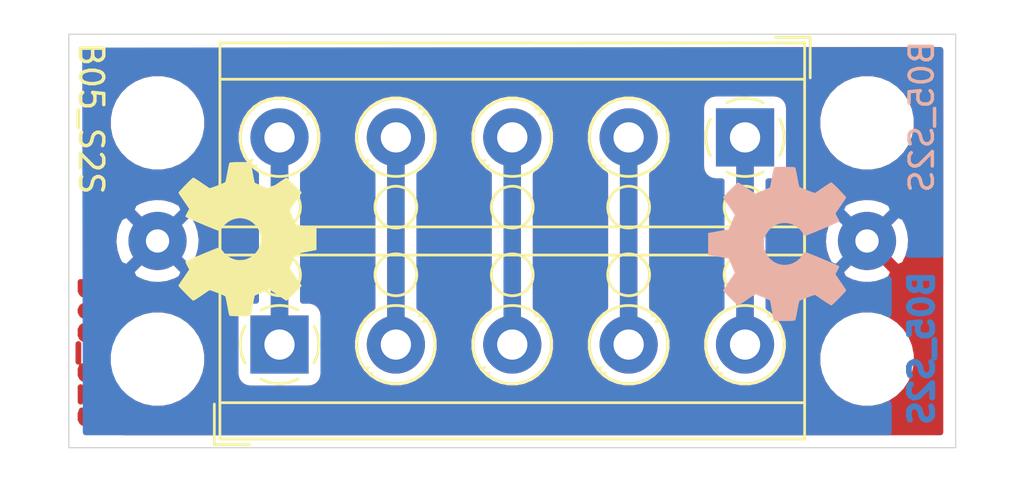
<source format=kicad_pcb>
(kicad_pcb (version 20171130) (host pcbnew 5.1.5-52549c5~86~ubuntu18.04.1)

  (general
    (thickness 1.6)
    (drawings 8)
    (tracks 11)
    (zones 0)
    (modules 10)
    (nets 7)
  )

  (page A4)
  (title_block
    (title "B05 Screw terminal to screw terminal")
    (company Galopago)
  )

  (layers
    (0 F.Cu signal)
    (31 B.Cu signal)
    (32 B.Adhes user)
    (33 F.Adhes user)
    (34 B.Paste user)
    (35 F.Paste user)
    (36 B.SilkS user)
    (37 F.SilkS user)
    (38 B.Mask user)
    (39 F.Mask user)
    (40 Dwgs.User user)
    (41 Cmts.User user)
    (42 Eco1.User user)
    (43 Eco2.User user)
    (44 Edge.Cuts user)
    (45 Margin user)
    (46 B.CrtYd user)
    (47 F.CrtYd user)
    (48 B.Fab user)
    (49 F.Fab user)
  )

  (setup
    (last_trace_width 0.75)
    (trace_clearance 0.2)
    (zone_clearance 0.508)
    (zone_45_only no)
    (trace_min 0.2)
    (via_size 0.8)
    (via_drill 0.4)
    (via_min_size 0.4)
    (via_min_drill 0.3)
    (uvia_size 0.3)
    (uvia_drill 0.1)
    (uvias_allowed no)
    (uvia_min_size 0.2)
    (uvia_min_drill 0.1)
    (edge_width 0.05)
    (segment_width 0.2)
    (pcb_text_width 0.3)
    (pcb_text_size 1.5 1.5)
    (mod_edge_width 0.12)
    (mod_text_size 1 1)
    (mod_text_width 0.15)
    (pad_size 3 3)
    (pad_drill 3)
    (pad_to_mask_clearance 0.051)
    (solder_mask_min_width 0.25)
    (aux_axis_origin 0 0)
    (visible_elements FFFFFF7F)
    (pcbplotparams
      (layerselection 0x010f0_ffffffff)
      (usegerberextensions false)
      (usegerberattributes false)
      (usegerberadvancedattributes false)
      (creategerberjobfile false)
      (excludeedgelayer true)
      (linewidth 0.100000)
      (plotframeref false)
      (viasonmask false)
      (mode 1)
      (useauxorigin false)
      (hpglpennumber 1)
      (hpglpenspeed 20)
      (hpglpendiameter 15.000000)
      (psnegative false)
      (psa4output false)
      (plotreference true)
      (plotvalue true)
      (plotinvisibletext false)
      (padsonsilk false)
      (subtractmaskfromsilk false)
      (outputformat 1)
      (mirror false)
      (drillshape 0)
      (scaleselection 1)
      (outputdirectory "gerber/single/"))
  )

  (net 0 "")
  (net 1 "Net-(J0-Pad1)")
  (net 2 "Net-(J2-Pad5)")
  (net 3 "Net-(J2-Pad4)")
  (net 4 "Net-(J2-Pad3)")
  (net 5 "Net-(J2-Pad2)")
  (net 6 "Net-(J2-Pad1)")

  (net_class Default "This is the default net class."
    (clearance 0.2)
    (trace_width 0.75)
    (via_dia 0.8)
    (via_drill 0.4)
    (uvia_dia 0.3)
    (uvia_drill 0.1)
    (add_net "Net-(J0-Pad1)")
    (add_net "Net-(J2-Pad1)")
    (add_net "Net-(J2-Pad2)")
    (add_net "Net-(J2-Pad3)")
    (add_net "Net-(J2-Pad4)")
    (add_net "Net-(J2-Pad5)")
  )

  (module TerminalBlock_RND:TerminalBlock_RND_205-00004_1x05_P5.00mm_Horizontal (layer F.Cu) (tedit 5B294F8E) (tstamp 5F7AFFE3)
    (at 29.05 33.3452)
    (descr "terminal block RND 205-00004, 5 pins, pitch 5mm, size 25x9mm^2, drill diamater 1.3mm, pad diameter 2.5mm, see http://cdn-reichelt.de/documents/datenblatt/C151/RND_205-00001_DB_EN.pdf, script-generated using https://github.com/pointhi/kicad-footprint-generator/scripts/TerminalBlock_RND")
    (tags "THT terminal block RND 205-00004 pitch 5mm size 25x9mm^2 drill 1.3mm pad 2.5mm")
    (path /5F7ABF4C)
    (fp_text reference J3 (at 10 -6.06) (layer F.SilkS) hide
      (effects (font (size 1 1) (thickness 0.15)))
    )
    (fp_text value Conn_01x05_Female (at 10 5.06) (layer F.Fab)
      (effects (font (size 1 1) (thickness 0.15)))
    )
    (fp_text user %R (at 10 -6.06) (layer F.Fab)
      (effects (font (size 1 1) (thickness 0.15)))
    )
    (fp_line (start 23 -5.5) (end -3 -5.5) (layer F.CrtYd) (width 0.05))
    (fp_line (start 23 4.5) (end 23 -5.5) (layer F.CrtYd) (width 0.05))
    (fp_line (start -3 4.5) (end 23 4.5) (layer F.CrtYd) (width 0.05))
    (fp_line (start -3 -5.5) (end -3 4.5) (layer F.CrtYd) (width 0.05))
    (fp_line (start -2.8 4.3) (end -1.3 4.3) (layer F.SilkS) (width 0.12))
    (fp_line (start -2.8 2.56) (end -2.8 4.3) (layer F.SilkS) (width 0.12))
    (fp_line (start 18.82 0.976) (end 18.726 1.069) (layer F.SilkS) (width 0.12))
    (fp_line (start 21.07 -1.275) (end 21.011 -1.216) (layer F.SilkS) (width 0.12))
    (fp_line (start 18.99 1.216) (end 18.931 1.274) (layer F.SilkS) (width 0.12))
    (fp_line (start 21.275 -1.069) (end 21.181 -0.976) (layer F.SilkS) (width 0.12))
    (fp_line (start 20.955 -1.138) (end 18.863 0.955) (layer F.Fab) (width 0.1))
    (fp_line (start 21.138 -0.955) (end 19.046 1.138) (layer F.Fab) (width 0.1))
    (fp_line (start 13.82 0.976) (end 13.726 1.069) (layer F.SilkS) (width 0.12))
    (fp_line (start 16.07 -1.275) (end 16.011 -1.216) (layer F.SilkS) (width 0.12))
    (fp_line (start 13.99 1.216) (end 13.931 1.274) (layer F.SilkS) (width 0.12))
    (fp_line (start 16.275 -1.069) (end 16.181 -0.976) (layer F.SilkS) (width 0.12))
    (fp_line (start 15.955 -1.138) (end 13.863 0.955) (layer F.Fab) (width 0.1))
    (fp_line (start 16.138 -0.955) (end 14.046 1.138) (layer F.Fab) (width 0.1))
    (fp_line (start 8.82 0.976) (end 8.726 1.069) (layer F.SilkS) (width 0.12))
    (fp_line (start 11.07 -1.275) (end 11.011 -1.216) (layer F.SilkS) (width 0.12))
    (fp_line (start 8.99 1.216) (end 8.931 1.274) (layer F.SilkS) (width 0.12))
    (fp_line (start 11.275 -1.069) (end 11.181 -0.976) (layer F.SilkS) (width 0.12))
    (fp_line (start 10.955 -1.138) (end 8.863 0.955) (layer F.Fab) (width 0.1))
    (fp_line (start 11.138 -0.955) (end 9.046 1.138) (layer F.Fab) (width 0.1))
    (fp_line (start 3.82 0.976) (end 3.726 1.069) (layer F.SilkS) (width 0.12))
    (fp_line (start 6.07 -1.275) (end 6.011 -1.216) (layer F.SilkS) (width 0.12))
    (fp_line (start 3.99 1.216) (end 3.931 1.274) (layer F.SilkS) (width 0.12))
    (fp_line (start 6.275 -1.069) (end 6.181 -0.976) (layer F.SilkS) (width 0.12))
    (fp_line (start 5.955 -1.138) (end 3.863 0.955) (layer F.Fab) (width 0.1))
    (fp_line (start 6.138 -0.955) (end 4.046 1.138) (layer F.Fab) (width 0.1))
    (fp_line (start 0.955 -1.138) (end -1.138 0.955) (layer F.Fab) (width 0.1))
    (fp_line (start 1.138 -0.955) (end -0.955 1.138) (layer F.Fab) (width 0.1))
    (fp_line (start 22.56 -5.06) (end 22.56 4.06) (layer F.SilkS) (width 0.12))
    (fp_line (start -2.56 -5.06) (end -2.56 4.06) (layer F.SilkS) (width 0.12))
    (fp_line (start -2.56 4.06) (end 22.56 4.06) (layer F.SilkS) (width 0.12))
    (fp_line (start -2.56 -5.06) (end 22.56 -5.06) (layer F.SilkS) (width 0.12))
    (fp_line (start -2.56 2.5) (end 22.56 2.5) (layer F.SilkS) (width 0.12))
    (fp_line (start -2.5 2.5) (end 22.5 2.5) (layer F.Fab) (width 0.1))
    (fp_line (start -2.5 2.5) (end -2.5 -5) (layer F.Fab) (width 0.1))
    (fp_line (start -1 4) (end -2.5 2.5) (layer F.Fab) (width 0.1))
    (fp_line (start 22.5 4) (end -1 4) (layer F.Fab) (width 0.1))
    (fp_line (start 22.5 -5) (end 22.5 4) (layer F.Fab) (width 0.1))
    (fp_line (start -2.5 -5) (end 22.5 -5) (layer F.Fab) (width 0.1))
    (fp_circle (center 20 -3) (end 20.9 -3) (layer F.SilkS) (width 0.12))
    (fp_circle (center 20 -3) (end 20.9 -3) (layer F.Fab) (width 0.1))
    (fp_circle (center 20 0) (end 21.68 0) (layer F.SilkS) (width 0.12))
    (fp_circle (center 20 0) (end 21.5 0) (layer F.Fab) (width 0.1))
    (fp_circle (center 15 -3) (end 15.9 -3) (layer F.SilkS) (width 0.12))
    (fp_circle (center 15 -3) (end 15.9 -3) (layer F.Fab) (width 0.1))
    (fp_circle (center 15 0) (end 16.68 0) (layer F.SilkS) (width 0.12))
    (fp_circle (center 15 0) (end 16.5 0) (layer F.Fab) (width 0.1))
    (fp_circle (center 10 -3) (end 10.9 -3) (layer F.SilkS) (width 0.12))
    (fp_circle (center 10 -3) (end 10.9 -3) (layer F.Fab) (width 0.1))
    (fp_circle (center 10 0) (end 11.68 0) (layer F.SilkS) (width 0.12))
    (fp_circle (center 10 0) (end 11.5 0) (layer F.Fab) (width 0.1))
    (fp_circle (center 5 -3) (end 5.9 -3) (layer F.SilkS) (width 0.12))
    (fp_circle (center 5 -3) (end 5.9 -3) (layer F.Fab) (width 0.1))
    (fp_circle (center 5 0) (end 6.68 0) (layer F.SilkS) (width 0.12))
    (fp_circle (center 5 0) (end 6.5 0) (layer F.Fab) (width 0.1))
    (fp_circle (center 0 -3) (end 0.9 -3) (layer F.SilkS) (width 0.12))
    (fp_circle (center 0 -3) (end 0.9 -3) (layer F.Fab) (width 0.1))
    (fp_circle (center 0 0) (end 1.5 0) (layer F.Fab) (width 0.1))
    (fp_arc (start 0 0) (end -0.789 1.484) (angle -29) (layer F.SilkS) (width 0.12))
    (fp_arc (start 0 0) (end -1.484 -0.789) (angle -56) (layer F.SilkS) (width 0.12))
    (fp_arc (start 0 0) (end 0.789 -1.484) (angle -56) (layer F.SilkS) (width 0.12))
    (fp_arc (start 0 0) (end 1.484 0.789) (angle -56) (layer F.SilkS) (width 0.12))
    (fp_arc (start 0 0) (end 0 1.68) (angle -28) (layer F.SilkS) (width 0.12))
    (pad 5 thru_hole circle (at 20 0) (size 2.5 2.5) (drill 1.3) (layers *.Cu *.Mask)
      (net 6 "Net-(J2-Pad1)"))
    (pad 4 thru_hole circle (at 15 0) (size 2.5 2.5) (drill 1.3) (layers *.Cu *.Mask)
      (net 5 "Net-(J2-Pad2)"))
    (pad 3 thru_hole circle (at 10 0) (size 2.5 2.5) (drill 1.3) (layers *.Cu *.Mask)
      (net 4 "Net-(J2-Pad3)"))
    (pad 2 thru_hole circle (at 5 0) (size 2.5 2.5) (drill 1.3) (layers *.Cu *.Mask)
      (net 3 "Net-(J2-Pad4)"))
    (pad 1 thru_hole rect (at 0 0) (size 2.5 2.5) (drill 1.3) (layers *.Cu *.Mask)
      (net 2 "Net-(J2-Pad5)"))
    (model ${KISYS3DMOD}/TerminalBlock_RND.3dshapes/TerminalBlock_RND_205-00004_1x05_P5.00mm_Horizontal.wrl
      (at (xyz 0 0 0))
      (scale (xyz 1 1 1))
      (rotate (xyz 0 0 0))
    )
  )

  (module TerminalBlock_RND:TerminalBlock_RND_205-00004_1x05_P5.00mm_Horizontal (layer F.Cu) (tedit 5B294F8E) (tstamp 5F7AFA22)
    (at 49.05 24.4348 180)
    (descr "terminal block RND 205-00004, 5 pins, pitch 5mm, size 25x9mm^2, drill diamater 1.3mm, pad diameter 2.5mm, see http://cdn-reichelt.de/documents/datenblatt/C151/RND_205-00001_DB_EN.pdf, script-generated using https://github.com/pointhi/kicad-footprint-generator/scripts/TerminalBlock_RND")
    (tags "THT terminal block RND 205-00004 pitch 5mm size 25x9mm^2 drill 1.3mm pad 2.5mm")
    (path /5F7AAB35)
    (fp_text reference J2 (at 10 -6.06) (layer F.SilkS) hide
      (effects (font (size 1 1) (thickness 0.15)))
    )
    (fp_text value Conn_01x05_Female (at 10 5.06) (layer F.Fab)
      (effects (font (size 1 1) (thickness 0.15)))
    )
    (fp_text user %R (at 10 -6.06) (layer F.Fab)
      (effects (font (size 1 1) (thickness 0.15)))
    )
    (fp_line (start 23 -5.5) (end -3 -5.5) (layer F.CrtYd) (width 0.05))
    (fp_line (start 23 4.5) (end 23 -5.5) (layer F.CrtYd) (width 0.05))
    (fp_line (start -3 4.5) (end 23 4.5) (layer F.CrtYd) (width 0.05))
    (fp_line (start -3 -5.5) (end -3 4.5) (layer F.CrtYd) (width 0.05))
    (fp_line (start -2.8 4.3) (end -1.3 4.3) (layer F.SilkS) (width 0.12))
    (fp_line (start -2.8 2.56) (end -2.8 4.3) (layer F.SilkS) (width 0.12))
    (fp_line (start 18.82 0.976) (end 18.726 1.069) (layer F.SilkS) (width 0.12))
    (fp_line (start 21.07 -1.275) (end 21.011 -1.216) (layer F.SilkS) (width 0.12))
    (fp_line (start 18.99 1.216) (end 18.931 1.274) (layer F.SilkS) (width 0.12))
    (fp_line (start 21.275 -1.069) (end 21.181 -0.976) (layer F.SilkS) (width 0.12))
    (fp_line (start 20.955 -1.138) (end 18.863 0.955) (layer F.Fab) (width 0.1))
    (fp_line (start 21.138 -0.955) (end 19.046 1.138) (layer F.Fab) (width 0.1))
    (fp_line (start 13.82 0.976) (end 13.726 1.069) (layer F.SilkS) (width 0.12))
    (fp_line (start 16.07 -1.275) (end 16.011 -1.216) (layer F.SilkS) (width 0.12))
    (fp_line (start 13.99 1.216) (end 13.931 1.274) (layer F.SilkS) (width 0.12))
    (fp_line (start 16.275 -1.069) (end 16.181 -0.976) (layer F.SilkS) (width 0.12))
    (fp_line (start 15.955 -1.138) (end 13.863 0.955) (layer F.Fab) (width 0.1))
    (fp_line (start 16.138 -0.955) (end 14.046 1.138) (layer F.Fab) (width 0.1))
    (fp_line (start 8.82 0.976) (end 8.726 1.069) (layer F.SilkS) (width 0.12))
    (fp_line (start 11.07 -1.275) (end 11.011 -1.216) (layer F.SilkS) (width 0.12))
    (fp_line (start 8.99 1.216) (end 8.931 1.274) (layer F.SilkS) (width 0.12))
    (fp_line (start 11.275 -1.069) (end 11.181 -0.976) (layer F.SilkS) (width 0.12))
    (fp_line (start 10.955 -1.138) (end 8.863 0.955) (layer F.Fab) (width 0.1))
    (fp_line (start 11.138 -0.955) (end 9.046 1.138) (layer F.Fab) (width 0.1))
    (fp_line (start 3.82 0.976) (end 3.726 1.069) (layer F.SilkS) (width 0.12))
    (fp_line (start 6.07 -1.275) (end 6.011 -1.216) (layer F.SilkS) (width 0.12))
    (fp_line (start 3.99 1.216) (end 3.931 1.274) (layer F.SilkS) (width 0.12))
    (fp_line (start 6.275 -1.069) (end 6.181 -0.976) (layer F.SilkS) (width 0.12))
    (fp_line (start 5.955 -1.138) (end 3.863 0.955) (layer F.Fab) (width 0.1))
    (fp_line (start 6.138 -0.955) (end 4.046 1.138) (layer F.Fab) (width 0.1))
    (fp_line (start 0.955 -1.138) (end -1.138 0.955) (layer F.Fab) (width 0.1))
    (fp_line (start 1.138 -0.955) (end -0.955 1.138) (layer F.Fab) (width 0.1))
    (fp_line (start 22.56 -5.06) (end 22.56 4.06) (layer F.SilkS) (width 0.12))
    (fp_line (start -2.56 -5.06) (end -2.56 4.06) (layer F.SilkS) (width 0.12))
    (fp_line (start -2.56 4.06) (end 22.56 4.06) (layer F.SilkS) (width 0.12))
    (fp_line (start -2.56 -5.06) (end 22.56 -5.06) (layer F.SilkS) (width 0.12))
    (fp_line (start -2.56 2.5) (end 22.56 2.5) (layer F.SilkS) (width 0.12))
    (fp_line (start -2.5 2.5) (end 22.5 2.5) (layer F.Fab) (width 0.1))
    (fp_line (start -2.5 2.5) (end -2.5 -5) (layer F.Fab) (width 0.1))
    (fp_line (start -1 4) (end -2.5 2.5) (layer F.Fab) (width 0.1))
    (fp_line (start 22.5 4) (end -1 4) (layer F.Fab) (width 0.1))
    (fp_line (start 22.5 -5) (end 22.5 4) (layer F.Fab) (width 0.1))
    (fp_line (start -2.5 -5) (end 22.5 -5) (layer F.Fab) (width 0.1))
    (fp_circle (center 20 -3) (end 20.9 -3) (layer F.SilkS) (width 0.12))
    (fp_circle (center 20 -3) (end 20.9 -3) (layer F.Fab) (width 0.1))
    (fp_circle (center 20 0) (end 21.68 0) (layer F.SilkS) (width 0.12))
    (fp_circle (center 20 0) (end 21.5 0) (layer F.Fab) (width 0.1))
    (fp_circle (center 15 -3) (end 15.9 -3) (layer F.SilkS) (width 0.12))
    (fp_circle (center 15 -3) (end 15.9 -3) (layer F.Fab) (width 0.1))
    (fp_circle (center 15 0) (end 16.68 0) (layer F.SilkS) (width 0.12))
    (fp_circle (center 15 0) (end 16.5 0) (layer F.Fab) (width 0.1))
    (fp_circle (center 10 -3) (end 10.9 -3) (layer F.SilkS) (width 0.12))
    (fp_circle (center 10 -3) (end 10.9 -3) (layer F.Fab) (width 0.1))
    (fp_circle (center 10 0) (end 11.68 0) (layer F.SilkS) (width 0.12))
    (fp_circle (center 10 0) (end 11.5 0) (layer F.Fab) (width 0.1))
    (fp_circle (center 5 -3) (end 5.9 -3) (layer F.SilkS) (width 0.12))
    (fp_circle (center 5 -3) (end 5.9 -3) (layer F.Fab) (width 0.1))
    (fp_circle (center 5 0) (end 6.68 0) (layer F.SilkS) (width 0.12))
    (fp_circle (center 5 0) (end 6.5 0) (layer F.Fab) (width 0.1))
    (fp_circle (center 0 -3) (end 0.9 -3) (layer F.SilkS) (width 0.12))
    (fp_circle (center 0 -3) (end 0.9 -3) (layer F.Fab) (width 0.1))
    (fp_circle (center 0 0) (end 1.5 0) (layer F.Fab) (width 0.1))
    (fp_arc (start 0 0) (end -0.789 1.484) (angle -29) (layer F.SilkS) (width 0.12))
    (fp_arc (start 0 0) (end -1.484 -0.789) (angle -56) (layer F.SilkS) (width 0.12))
    (fp_arc (start 0 0) (end 0.789 -1.484) (angle -56) (layer F.SilkS) (width 0.12))
    (fp_arc (start 0 0) (end 1.484 0.789) (angle -56) (layer F.SilkS) (width 0.12))
    (fp_arc (start 0 0) (end 0 1.68) (angle -28) (layer F.SilkS) (width 0.12))
    (pad 5 thru_hole circle (at 20 0 180) (size 2.5 2.5) (drill 1.3) (layers *.Cu *.Mask)
      (net 2 "Net-(J2-Pad5)"))
    (pad 4 thru_hole circle (at 15 0 180) (size 2.5 2.5) (drill 1.3) (layers *.Cu *.Mask)
      (net 3 "Net-(J2-Pad4)"))
    (pad 3 thru_hole circle (at 10 0 180) (size 2.5 2.5) (drill 1.3) (layers *.Cu *.Mask)
      (net 4 "Net-(J2-Pad3)"))
    (pad 2 thru_hole circle (at 5 0 180) (size 2.5 2.5) (drill 1.3) (layers *.Cu *.Mask)
      (net 5 "Net-(J2-Pad2)"))
    (pad 1 thru_hole rect (at 0 0 180) (size 2.5 2.5) (drill 1.3) (layers *.Cu *.Mask)
      (net 6 "Net-(J2-Pad1)"))
    (model ${KISYS3DMOD}/TerminalBlock_RND.3dshapes/TerminalBlock_RND_205-00004_1x05_P5.00mm_Horizontal.wrl
      (at (xyz 0 0 0))
      (scale (xyz 1 1 1))
      (rotate (xyz 0 0 0))
    )
  )

  (module Symbol:OSHW-Symbol_6.7x6mm_SilkScreen (layer B.Cu) (tedit 0) (tstamp 5F553540)
    (at 50.4444 29.0068 270)
    (descr "Open Source Hardware Symbol")
    (tags "Logo Symbol OSHW")
    (attr virtual)
    (fp_text reference REF** (at 0 0 90) (layer B.SilkS) hide
      (effects (font (size 1 1) (thickness 0.15)) (justify mirror))
    )
    (fp_text value OSHW-Symbol_6.7x6mm_SilkScreen (at 0.75 0 90) (layer B.Fab) hide
      (effects (font (size 1 1) (thickness 0.15)) (justify mirror))
    )
    (fp_poly (pts (xy 0.555814 2.531069) (xy 0.639635 2.086445) (xy 0.94892 1.958947) (xy 1.258206 1.831449)
      (xy 1.629246 2.083754) (xy 1.733157 2.154004) (xy 1.827087 2.216728) (xy 1.906652 2.269062)
      (xy 1.96747 2.308143) (xy 2.005157 2.331107) (xy 2.015421 2.336058) (xy 2.03391 2.323324)
      (xy 2.07342 2.288118) (xy 2.129522 2.234938) (xy 2.197787 2.168282) (xy 2.273786 2.092646)
      (xy 2.353092 2.012528) (xy 2.431275 1.932426) (xy 2.503907 1.856836) (xy 2.566559 1.790255)
      (xy 2.614803 1.737182) (xy 2.64421 1.702113) (xy 2.651241 1.690377) (xy 2.641123 1.66874)
      (xy 2.612759 1.621338) (xy 2.569129 1.552807) (xy 2.513218 1.467785) (xy 2.448006 1.370907)
      (xy 2.410219 1.31565) (xy 2.341343 1.214752) (xy 2.28014 1.123701) (xy 2.229578 1.04703)
      (xy 2.192628 0.989272) (xy 2.172258 0.954957) (xy 2.169197 0.947746) (xy 2.176136 0.927252)
      (xy 2.195051 0.879487) (xy 2.223087 0.811168) (xy 2.257391 0.729011) (xy 2.295109 0.63973)
      (xy 2.333387 0.550042) (xy 2.36937 0.466662) (xy 2.400206 0.396306) (xy 2.423039 0.34569)
      (xy 2.435017 0.321529) (xy 2.435724 0.320578) (xy 2.454531 0.315964) (xy 2.504618 0.305672)
      (xy 2.580793 0.290713) (xy 2.677865 0.272099) (xy 2.790643 0.250841) (xy 2.856442 0.238582)
      (xy 2.97695 0.215638) (xy 3.085797 0.193805) (xy 3.177476 0.174278) (xy 3.246481 0.158252)
      (xy 3.287304 0.146921) (xy 3.295511 0.143326) (xy 3.303548 0.118994) (xy 3.310033 0.064041)
      (xy 3.31497 -0.015108) (xy 3.318364 -0.112026) (xy 3.320218 -0.220287) (xy 3.320538 -0.333465)
      (xy 3.319327 -0.445135) (xy 3.31659 -0.548868) (xy 3.312331 -0.638241) (xy 3.306555 -0.706826)
      (xy 3.299267 -0.748197) (xy 3.294895 -0.75681) (xy 3.268764 -0.767133) (xy 3.213393 -0.781892)
      (xy 3.136107 -0.799352) (xy 3.04423 -0.81778) (xy 3.012158 -0.823741) (xy 2.857524 -0.852066)
      (xy 2.735375 -0.874876) (xy 2.641673 -0.89308) (xy 2.572384 -0.907583) (xy 2.523471 -0.919292)
      (xy 2.490897 -0.929115) (xy 2.470628 -0.937956) (xy 2.458626 -0.946724) (xy 2.456947 -0.948457)
      (xy 2.440184 -0.976371) (xy 2.414614 -1.030695) (xy 2.382788 -1.104777) (xy 2.34726 -1.191965)
      (xy 2.310583 -1.285608) (xy 2.275311 -1.379052) (xy 2.243996 -1.465647) (xy 2.219193 -1.53874)
      (xy 2.203454 -1.591678) (xy 2.199332 -1.617811) (xy 2.199676 -1.618726) (xy 2.213641 -1.640086)
      (xy 2.245322 -1.687084) (xy 2.291391 -1.754827) (xy 2.348518 -1.838423) (xy 2.413373 -1.932982)
      (xy 2.431843 -1.959854) (xy 2.497699 -2.057275) (xy 2.55565 -2.146163) (xy 2.602538 -2.221412)
      (xy 2.635207 -2.27792) (xy 2.6505 -2.310581) (xy 2.651241 -2.314593) (xy 2.638392 -2.335684)
      (xy 2.602888 -2.377464) (xy 2.549293 -2.435445) (xy 2.482171 -2.505135) (xy 2.406087 -2.582045)
      (xy 2.325604 -2.661683) (xy 2.245287 -2.739561) (xy 2.169699 -2.811186) (xy 2.103405 -2.87207)
      (xy 2.050969 -2.917721) (xy 2.016955 -2.94365) (xy 2.007545 -2.947883) (xy 1.985643 -2.937912)
      (xy 1.9408 -2.91102) (xy 1.880321 -2.871736) (xy 1.833789 -2.840117) (xy 1.749475 -2.782098)
      (xy 1.649626 -2.713784) (xy 1.549473 -2.645579) (xy 1.495627 -2.609075) (xy 1.313371 -2.4858)
      (xy 1.160381 -2.56852) (xy 1.090682 -2.604759) (xy 1.031414 -2.632926) (xy 0.991311 -2.648991)
      (xy 0.981103 -2.651226) (xy 0.968829 -2.634722) (xy 0.944613 -2.588082) (xy 0.910263 -2.515609)
      (xy 0.867588 -2.421606) (xy 0.818394 -2.310374) (xy 0.76449 -2.186215) (xy 0.707684 -2.053432)
      (xy 0.649782 -1.916327) (xy 0.592593 -1.779202) (xy 0.537924 -1.646358) (xy 0.487584 -1.522098)
      (xy 0.44338 -1.410725) (xy 0.407119 -1.316539) (xy 0.380609 -1.243844) (xy 0.365658 -1.196941)
      (xy 0.363254 -1.180833) (xy 0.382311 -1.160286) (xy 0.424036 -1.126933) (xy 0.479706 -1.087702)
      (xy 0.484378 -1.084599) (xy 0.628264 -0.969423) (xy 0.744283 -0.835053) (xy 0.83143 -0.685784)
      (xy 0.888699 -0.525913) (xy 0.915086 -0.359737) (xy 0.909585 -0.191552) (xy 0.87119 -0.025655)
      (xy 0.798895 0.133658) (xy 0.777626 0.168513) (xy 0.666996 0.309263) (xy 0.536302 0.422286)
      (xy 0.390064 0.506997) (xy 0.232808 0.562806) (xy 0.069057 0.589126) (xy -0.096667 0.58537)
      (xy -0.259838 0.55095) (xy -0.415935 0.485277) (xy -0.560433 0.387765) (xy -0.605131 0.348187)
      (xy -0.718888 0.224297) (xy -0.801782 0.093876) (xy -0.858644 -0.052315) (xy -0.890313 -0.197088)
      (xy -0.898131 -0.35986) (xy -0.872062 -0.52344) (xy -0.814755 -0.682298) (xy -0.728856 -0.830906)
      (xy -0.617014 -0.963735) (xy -0.481877 -1.075256) (xy -0.464117 -1.087011) (xy -0.40785 -1.125508)
      (xy -0.365077 -1.158863) (xy -0.344628 -1.18016) (xy -0.344331 -1.180833) (xy -0.348721 -1.203871)
      (xy -0.366124 -1.256157) (xy -0.394732 -1.33339) (xy -0.432735 -1.431268) (xy -0.478326 -1.545491)
      (xy -0.529697 -1.671758) (xy -0.585038 -1.805767) (xy -0.642542 -1.943218) (xy -0.700399 -2.079808)
      (xy -0.756802 -2.211237) (xy -0.809942 -2.333205) (xy -0.85801 -2.441409) (xy -0.899199 -2.531549)
      (xy -0.931699 -2.599323) (xy -0.953703 -2.64043) (xy -0.962564 -2.651226) (xy -0.98964 -2.642819)
      (xy -1.040303 -2.620272) (xy -1.105817 -2.587613) (xy -1.141841 -2.56852) (xy -1.294832 -2.4858)
      (xy -1.477088 -2.609075) (xy -1.570125 -2.672228) (xy -1.671985 -2.741727) (xy -1.767438 -2.807165)
      (xy -1.81525 -2.840117) (xy -1.882495 -2.885273) (xy -1.939436 -2.921057) (xy -1.978646 -2.942938)
      (xy -1.991381 -2.947563) (xy -2.009917 -2.935085) (xy -2.050941 -2.900252) (xy -2.110475 -2.846678)
      (xy -2.184542 -2.777983) (xy -2.269165 -2.697781) (xy -2.322685 -2.646286) (xy -2.416319 -2.554286)
      (xy -2.497241 -2.471999) (xy -2.562177 -2.402945) (xy -2.607858 -2.350644) (xy -2.631011 -2.318616)
      (xy -2.633232 -2.312116) (xy -2.622924 -2.287394) (xy -2.594439 -2.237405) (xy -2.550937 -2.167212)
      (xy -2.495577 -2.081875) (xy -2.43152 -1.986456) (xy -2.413303 -1.959854) (xy -2.346927 -1.863167)
      (xy -2.287378 -1.776117) (xy -2.237984 -1.703595) (xy -2.202075 -1.650493) (xy -2.182981 -1.621703)
      (xy -2.181136 -1.618726) (xy -2.183895 -1.595782) (xy -2.198538 -1.545336) (xy -2.222513 -1.474041)
      (xy -2.253266 -1.388547) (xy -2.288244 -1.295507) (xy -2.324893 -1.201574) (xy -2.360661 -1.113399)
      (xy -2.392994 -1.037634) (xy -2.419338 -0.980931) (xy -2.437142 -0.949943) (xy -2.438407 -0.948457)
      (xy -2.449294 -0.939601) (xy -2.467682 -0.930843) (xy -2.497606 -0.921277) (xy -2.543103 -0.909996)
      (xy -2.608209 -0.896093) (xy -2.696961 -0.878663) (xy -2.813393 -0.856798) (xy -2.961542 -0.829591)
      (xy -2.993618 -0.823741) (xy -3.088686 -0.805374) (xy -3.171565 -0.787405) (xy -3.23493 -0.771569)
      (xy -3.271458 -0.7596) (xy -3.276356 -0.75681) (xy -3.284427 -0.732072) (xy -3.290987 -0.67679)
      (xy -3.296033 -0.597389) (xy -3.299559 -0.500296) (xy -3.301561 -0.391938) (xy -3.302036 -0.27874)
      (xy -3.300977 -0.167128) (xy -3.298382 -0.063529) (xy -3.294246 0.025632) (xy -3.288563 0.093928)
      (xy -3.281331 0.134934) (xy -3.276971 0.143326) (xy -3.252698 0.151792) (xy -3.197426 0.165565)
      (xy -3.116662 0.18345) (xy -3.015912 0.204252) (xy -2.900683 0.226777) (xy -2.837902 0.238582)
      (xy -2.718787 0.260849) (xy -2.612565 0.281021) (xy -2.524427 0.298085) (xy -2.459566 0.311031)
      (xy -2.423174 0.318845) (xy -2.417184 0.320578) (xy -2.407061 0.34011) (xy -2.385662 0.387157)
      (xy -2.355839 0.454997) (xy -2.320445 0.536909) (xy -2.282332 0.626172) (xy -2.244353 0.716065)
      (xy -2.20936 0.799865) (xy -2.180206 0.870853) (xy -2.159743 0.922306) (xy -2.150823 0.947503)
      (xy -2.150657 0.948604) (xy -2.160769 0.968481) (xy -2.189117 1.014223) (xy -2.232723 1.081283)
      (xy -2.288606 1.165116) (xy -2.353787 1.261174) (xy -2.391679 1.31635) (xy -2.460725 1.417519)
      (xy -2.52205 1.50937) (xy -2.572663 1.587256) (xy -2.609571 1.646531) (xy -2.629782 1.682549)
      (xy -2.632701 1.690623) (xy -2.620153 1.709416) (xy -2.585463 1.749543) (xy -2.533063 1.806507)
      (xy -2.467384 1.875815) (xy -2.392856 1.952969) (xy -2.313913 2.033475) (xy -2.234983 2.112837)
      (xy -2.1605 2.18656) (xy -2.094894 2.250148) (xy -2.042596 2.299106) (xy -2.008039 2.328939)
      (xy -1.996478 2.336058) (xy -1.977654 2.326047) (xy -1.932631 2.297922) (xy -1.865787 2.254546)
      (xy -1.781499 2.198782) (xy -1.684144 2.133494) (xy -1.610707 2.083754) (xy -1.239667 1.831449)
      (xy -0.621095 2.086445) (xy -0.537275 2.531069) (xy -0.453454 2.975693) (xy 0.471994 2.975693)
      (xy 0.555814 2.531069)) (layer B.SilkS) (width 0.01))
  )

  (module Symbol:OSHW-Symbol_6.7x6mm_SilkScreen (layer F.Cu) (tedit 0) (tstamp 5F55353A)
    (at 27.6606 28.8036 270)
    (descr "Open Source Hardware Symbol")
    (tags "Logo Symbol OSHW")
    (attr virtual)
    (fp_text reference REF** (at 0 0 90) (layer F.SilkS) hide
      (effects (font (size 1 1) (thickness 0.15)))
    )
    (fp_text value OSHW-Symbol_6.7x6mm_SilkScreen (at 0.75 0 90) (layer F.Fab) hide
      (effects (font (size 1 1) (thickness 0.15)))
    )
    (fp_poly (pts (xy 0.555814 -2.531069) (xy 0.639635 -2.086445) (xy 0.94892 -1.958947) (xy 1.258206 -1.831449)
      (xy 1.629246 -2.083754) (xy 1.733157 -2.154004) (xy 1.827087 -2.216728) (xy 1.906652 -2.269062)
      (xy 1.96747 -2.308143) (xy 2.005157 -2.331107) (xy 2.015421 -2.336058) (xy 2.03391 -2.323324)
      (xy 2.07342 -2.288118) (xy 2.129522 -2.234938) (xy 2.197787 -2.168282) (xy 2.273786 -2.092646)
      (xy 2.353092 -2.012528) (xy 2.431275 -1.932426) (xy 2.503907 -1.856836) (xy 2.566559 -1.790255)
      (xy 2.614803 -1.737182) (xy 2.64421 -1.702113) (xy 2.651241 -1.690377) (xy 2.641123 -1.66874)
      (xy 2.612759 -1.621338) (xy 2.569129 -1.552807) (xy 2.513218 -1.467785) (xy 2.448006 -1.370907)
      (xy 2.410219 -1.31565) (xy 2.341343 -1.214752) (xy 2.28014 -1.123701) (xy 2.229578 -1.04703)
      (xy 2.192628 -0.989272) (xy 2.172258 -0.954957) (xy 2.169197 -0.947746) (xy 2.176136 -0.927252)
      (xy 2.195051 -0.879487) (xy 2.223087 -0.811168) (xy 2.257391 -0.729011) (xy 2.295109 -0.63973)
      (xy 2.333387 -0.550042) (xy 2.36937 -0.466662) (xy 2.400206 -0.396306) (xy 2.423039 -0.34569)
      (xy 2.435017 -0.321529) (xy 2.435724 -0.320578) (xy 2.454531 -0.315964) (xy 2.504618 -0.305672)
      (xy 2.580793 -0.290713) (xy 2.677865 -0.272099) (xy 2.790643 -0.250841) (xy 2.856442 -0.238582)
      (xy 2.97695 -0.215638) (xy 3.085797 -0.193805) (xy 3.177476 -0.174278) (xy 3.246481 -0.158252)
      (xy 3.287304 -0.146921) (xy 3.295511 -0.143326) (xy 3.303548 -0.118994) (xy 3.310033 -0.064041)
      (xy 3.31497 0.015108) (xy 3.318364 0.112026) (xy 3.320218 0.220287) (xy 3.320538 0.333465)
      (xy 3.319327 0.445135) (xy 3.31659 0.548868) (xy 3.312331 0.638241) (xy 3.306555 0.706826)
      (xy 3.299267 0.748197) (xy 3.294895 0.75681) (xy 3.268764 0.767133) (xy 3.213393 0.781892)
      (xy 3.136107 0.799352) (xy 3.04423 0.81778) (xy 3.012158 0.823741) (xy 2.857524 0.852066)
      (xy 2.735375 0.874876) (xy 2.641673 0.89308) (xy 2.572384 0.907583) (xy 2.523471 0.919292)
      (xy 2.490897 0.929115) (xy 2.470628 0.937956) (xy 2.458626 0.946724) (xy 2.456947 0.948457)
      (xy 2.440184 0.976371) (xy 2.414614 1.030695) (xy 2.382788 1.104777) (xy 2.34726 1.191965)
      (xy 2.310583 1.285608) (xy 2.275311 1.379052) (xy 2.243996 1.465647) (xy 2.219193 1.53874)
      (xy 2.203454 1.591678) (xy 2.199332 1.617811) (xy 2.199676 1.618726) (xy 2.213641 1.640086)
      (xy 2.245322 1.687084) (xy 2.291391 1.754827) (xy 2.348518 1.838423) (xy 2.413373 1.932982)
      (xy 2.431843 1.959854) (xy 2.497699 2.057275) (xy 2.55565 2.146163) (xy 2.602538 2.221412)
      (xy 2.635207 2.27792) (xy 2.6505 2.310581) (xy 2.651241 2.314593) (xy 2.638392 2.335684)
      (xy 2.602888 2.377464) (xy 2.549293 2.435445) (xy 2.482171 2.505135) (xy 2.406087 2.582045)
      (xy 2.325604 2.661683) (xy 2.245287 2.739561) (xy 2.169699 2.811186) (xy 2.103405 2.87207)
      (xy 2.050969 2.917721) (xy 2.016955 2.94365) (xy 2.007545 2.947883) (xy 1.985643 2.937912)
      (xy 1.9408 2.91102) (xy 1.880321 2.871736) (xy 1.833789 2.840117) (xy 1.749475 2.782098)
      (xy 1.649626 2.713784) (xy 1.549473 2.645579) (xy 1.495627 2.609075) (xy 1.313371 2.4858)
      (xy 1.160381 2.56852) (xy 1.090682 2.604759) (xy 1.031414 2.632926) (xy 0.991311 2.648991)
      (xy 0.981103 2.651226) (xy 0.968829 2.634722) (xy 0.944613 2.588082) (xy 0.910263 2.515609)
      (xy 0.867588 2.421606) (xy 0.818394 2.310374) (xy 0.76449 2.186215) (xy 0.707684 2.053432)
      (xy 0.649782 1.916327) (xy 0.592593 1.779202) (xy 0.537924 1.646358) (xy 0.487584 1.522098)
      (xy 0.44338 1.410725) (xy 0.407119 1.316539) (xy 0.380609 1.243844) (xy 0.365658 1.196941)
      (xy 0.363254 1.180833) (xy 0.382311 1.160286) (xy 0.424036 1.126933) (xy 0.479706 1.087702)
      (xy 0.484378 1.084599) (xy 0.628264 0.969423) (xy 0.744283 0.835053) (xy 0.83143 0.685784)
      (xy 0.888699 0.525913) (xy 0.915086 0.359737) (xy 0.909585 0.191552) (xy 0.87119 0.025655)
      (xy 0.798895 -0.133658) (xy 0.777626 -0.168513) (xy 0.666996 -0.309263) (xy 0.536302 -0.422286)
      (xy 0.390064 -0.506997) (xy 0.232808 -0.562806) (xy 0.069057 -0.589126) (xy -0.096667 -0.58537)
      (xy -0.259838 -0.55095) (xy -0.415935 -0.485277) (xy -0.560433 -0.387765) (xy -0.605131 -0.348187)
      (xy -0.718888 -0.224297) (xy -0.801782 -0.093876) (xy -0.858644 0.052315) (xy -0.890313 0.197088)
      (xy -0.898131 0.35986) (xy -0.872062 0.52344) (xy -0.814755 0.682298) (xy -0.728856 0.830906)
      (xy -0.617014 0.963735) (xy -0.481877 1.075256) (xy -0.464117 1.087011) (xy -0.40785 1.125508)
      (xy -0.365077 1.158863) (xy -0.344628 1.18016) (xy -0.344331 1.180833) (xy -0.348721 1.203871)
      (xy -0.366124 1.256157) (xy -0.394732 1.33339) (xy -0.432735 1.431268) (xy -0.478326 1.545491)
      (xy -0.529697 1.671758) (xy -0.585038 1.805767) (xy -0.642542 1.943218) (xy -0.700399 2.079808)
      (xy -0.756802 2.211237) (xy -0.809942 2.333205) (xy -0.85801 2.441409) (xy -0.899199 2.531549)
      (xy -0.931699 2.599323) (xy -0.953703 2.64043) (xy -0.962564 2.651226) (xy -0.98964 2.642819)
      (xy -1.040303 2.620272) (xy -1.105817 2.587613) (xy -1.141841 2.56852) (xy -1.294832 2.4858)
      (xy -1.477088 2.609075) (xy -1.570125 2.672228) (xy -1.671985 2.741727) (xy -1.767438 2.807165)
      (xy -1.81525 2.840117) (xy -1.882495 2.885273) (xy -1.939436 2.921057) (xy -1.978646 2.942938)
      (xy -1.991381 2.947563) (xy -2.009917 2.935085) (xy -2.050941 2.900252) (xy -2.110475 2.846678)
      (xy -2.184542 2.777983) (xy -2.269165 2.697781) (xy -2.322685 2.646286) (xy -2.416319 2.554286)
      (xy -2.497241 2.471999) (xy -2.562177 2.402945) (xy -2.607858 2.350644) (xy -2.631011 2.318616)
      (xy -2.633232 2.312116) (xy -2.622924 2.287394) (xy -2.594439 2.237405) (xy -2.550937 2.167212)
      (xy -2.495577 2.081875) (xy -2.43152 1.986456) (xy -2.413303 1.959854) (xy -2.346927 1.863167)
      (xy -2.287378 1.776117) (xy -2.237984 1.703595) (xy -2.202075 1.650493) (xy -2.182981 1.621703)
      (xy -2.181136 1.618726) (xy -2.183895 1.595782) (xy -2.198538 1.545336) (xy -2.222513 1.474041)
      (xy -2.253266 1.388547) (xy -2.288244 1.295507) (xy -2.324893 1.201574) (xy -2.360661 1.113399)
      (xy -2.392994 1.037634) (xy -2.419338 0.980931) (xy -2.437142 0.949943) (xy -2.438407 0.948457)
      (xy -2.449294 0.939601) (xy -2.467682 0.930843) (xy -2.497606 0.921277) (xy -2.543103 0.909996)
      (xy -2.608209 0.896093) (xy -2.696961 0.878663) (xy -2.813393 0.856798) (xy -2.961542 0.829591)
      (xy -2.993618 0.823741) (xy -3.088686 0.805374) (xy -3.171565 0.787405) (xy -3.23493 0.771569)
      (xy -3.271458 0.7596) (xy -3.276356 0.75681) (xy -3.284427 0.732072) (xy -3.290987 0.67679)
      (xy -3.296033 0.597389) (xy -3.299559 0.500296) (xy -3.301561 0.391938) (xy -3.302036 0.27874)
      (xy -3.300977 0.167128) (xy -3.298382 0.063529) (xy -3.294246 -0.025632) (xy -3.288563 -0.093928)
      (xy -3.281331 -0.134934) (xy -3.276971 -0.143326) (xy -3.252698 -0.151792) (xy -3.197426 -0.165565)
      (xy -3.116662 -0.18345) (xy -3.015912 -0.204252) (xy -2.900683 -0.226777) (xy -2.837902 -0.238582)
      (xy -2.718787 -0.260849) (xy -2.612565 -0.281021) (xy -2.524427 -0.298085) (xy -2.459566 -0.311031)
      (xy -2.423174 -0.318845) (xy -2.417184 -0.320578) (xy -2.407061 -0.34011) (xy -2.385662 -0.387157)
      (xy -2.355839 -0.454997) (xy -2.320445 -0.536909) (xy -2.282332 -0.626172) (xy -2.244353 -0.716065)
      (xy -2.20936 -0.799865) (xy -2.180206 -0.870853) (xy -2.159743 -0.922306) (xy -2.150823 -0.947503)
      (xy -2.150657 -0.948604) (xy -2.160769 -0.968481) (xy -2.189117 -1.014223) (xy -2.232723 -1.081283)
      (xy -2.288606 -1.165116) (xy -2.353787 -1.261174) (xy -2.391679 -1.31635) (xy -2.460725 -1.417519)
      (xy -2.52205 -1.50937) (xy -2.572663 -1.587256) (xy -2.609571 -1.646531) (xy -2.629782 -1.682549)
      (xy -2.632701 -1.690623) (xy -2.620153 -1.709416) (xy -2.585463 -1.749543) (xy -2.533063 -1.806507)
      (xy -2.467384 -1.875815) (xy -2.392856 -1.952969) (xy -2.313913 -2.033475) (xy -2.234983 -2.112837)
      (xy -2.1605 -2.18656) (xy -2.094894 -2.250148) (xy -2.042596 -2.299106) (xy -2.008039 -2.328939)
      (xy -1.996478 -2.336058) (xy -1.977654 -2.326047) (xy -1.932631 -2.297922) (xy -1.865787 -2.254546)
      (xy -1.781499 -2.198782) (xy -1.684144 -2.133494) (xy -1.610707 -2.083754) (xy -1.239667 -1.831449)
      (xy -0.621095 -2.086445) (xy -0.537275 -2.531069) (xy -0.453454 -2.975693) (xy 0.471994 -2.975693)
      (xy 0.555814 -2.531069)) (layer F.SilkS) (width 0.01))
  )

  (module Connector_Wire:SolderWirePad_1x01_Drill1mm (layer F.Cu) (tedit 5AEE5EBE) (tstamp 5F35F15D)
    (at 54.29 28.89)
    (descr "Wire solder connection")
    (tags connector)
    (path /5F5DB1C6)
    (attr virtual)
    (fp_text reference J1 (at 0 -3.81) (layer F.SilkS) hide
      (effects (font (size 1 1) (thickness 0.15)))
    )
    (fp_text value Conn_01x01_Male (at 0 3.175) (layer F.Fab)
      (effects (font (size 1 1) (thickness 0.15)))
    )
    (fp_line (start 1.75 1.75) (end -1.75 1.75) (layer F.CrtYd) (width 0.05))
    (fp_line (start 1.75 1.75) (end 1.75 -1.75) (layer F.CrtYd) (width 0.05))
    (fp_line (start -1.75 -1.75) (end -1.75 1.75) (layer F.CrtYd) (width 0.05))
    (fp_line (start -1.75 -1.75) (end 1.75 -1.75) (layer F.CrtYd) (width 0.05))
    (fp_text user %R (at 0 0) (layer F.Fab)
      (effects (font (size 1 1) (thickness 0.15)))
    )
    (pad 1 thru_hole circle (at 0 0) (size 2.49936 2.49936) (drill 1.00076) (layers *.Cu *.Mask)
      (net 1 "Net-(J0-Pad1)"))
  )

  (module Connector_Wire:SolderWirePad_1x01_Drill1mm (layer F.Cu) (tedit 5AEE5EBE) (tstamp 5F35F153)
    (at 23.81 28.89)
    (descr "Wire solder connection")
    (tags connector)
    (path /5F5D91C6)
    (attr virtual)
    (fp_text reference J0 (at 0 -3.81) (layer F.SilkS) hide
      (effects (font (size 1 1) (thickness 0.15)))
    )
    (fp_text value Conn_01x01_Male (at 0 3.175) (layer F.Fab)
      (effects (font (size 1 1) (thickness 0.15)))
    )
    (fp_line (start 1.75 1.75) (end -1.75 1.75) (layer F.CrtYd) (width 0.05))
    (fp_line (start 1.75 1.75) (end 1.75 -1.75) (layer F.CrtYd) (width 0.05))
    (fp_line (start -1.75 -1.75) (end -1.75 1.75) (layer F.CrtYd) (width 0.05))
    (fp_line (start -1.75 -1.75) (end 1.75 -1.75) (layer F.CrtYd) (width 0.05))
    (fp_text user %R (at 0 0) (layer F.Fab)
      (effects (font (size 1 1) (thickness 0.15)))
    )
    (pad 1 thru_hole circle (at 0 0) (size 2.49936 2.49936) (drill 1.00076) (layers *.Cu *.Mask)
      (net 1 "Net-(J0-Pad1)"))
  )

  (module MountingHole:MountingHole_3mm (layer F.Cu) (tedit 56D1B4CB) (tstamp 5F35F0C9)
    (at 54.29 23.81)
    (descr "Mounting Hole 3mm, no annular")
    (tags "mounting hole 3mm no annular")
    (path /5F3252AF)
    (attr virtual)
    (fp_text reference HA3 (at 0 -4) (layer F.SilkS) hide
      (effects (font (size 1 1) (thickness 0.15)))
    )
    (fp_text value MountingHole (at 0 4) (layer F.Fab)
      (effects (font (size 1 1) (thickness 0.15)))
    )
    (fp_circle (center 0 0) (end 3.25 0) (layer F.CrtYd) (width 0.05))
    (fp_circle (center 0 0) (end 3 0) (layer Cmts.User) (width 0.15))
    (fp_text user %R (at 0.3 0) (layer F.Fab)
      (effects (font (size 1 1) (thickness 0.15)))
    )
    (pad 1 np_thru_hole circle (at 0 0) (size 3 3) (drill 3) (layers *.Cu *.Mask))
  )

  (module MountingHole:MountingHole_3mm (layer F.Cu) (tedit 56D1B4CB) (tstamp 5F35EB41)
    (at 54.29 33.97)
    (descr "Mounting Hole 3mm, no annular")
    (tags "mounting hole 3mm no annular")
    (path /5F333CCC)
    (attr virtual)
    (fp_text reference HB3 (at 0 -4) (layer F.SilkS) hide
      (effects (font (size 1 1) (thickness 0.15)))
    )
    (fp_text value MountingHole (at 0 4) (layer F.Fab)
      (effects (font (size 1 1) (thickness 0.15)))
    )
    (fp_circle (center 0 0) (end 3.25 0) (layer F.CrtYd) (width 0.05))
    (fp_circle (center 0 0) (end 3 0) (layer Cmts.User) (width 0.15))
    (fp_text user %R (at 0.3 0) (layer F.Fab)
      (effects (font (size 1 1) (thickness 0.15)))
    )
    (pad 1 np_thru_hole circle (at 0 0) (size 3 3) (drill 3) (layers *.Cu *.Mask))
  )

  (module MountingHole:MountingHole_3mm (layer F.Cu) (tedit 56D1B4CB) (tstamp 5F35EB29)
    (at 23.81 33.97)
    (descr "Mounting Hole 3mm, no annular")
    (tags "mounting hole 3mm no annular")
    (path /5F3277F5)
    (attr virtual)
    (fp_text reference HB0 (at 0 -4) (layer F.SilkS) hide
      (effects (font (size 1 1) (thickness 0.15)))
    )
    (fp_text value MountingHole (at 0 4) (layer F.Fab)
      (effects (font (size 1 1) (thickness 0.15)))
    )
    (fp_circle (center 0 0) (end 3.25 0) (layer F.CrtYd) (width 0.05))
    (fp_circle (center 0 0) (end 3 0) (layer Cmts.User) (width 0.15))
    (fp_text user %R (at 0.3 0) (layer F.Fab)
      (effects (font (size 1 1) (thickness 0.15)))
    )
    (pad 1 np_thru_hole circle (at 0 0) (size 3 3) (drill 3) (layers *.Cu *.Mask))
  )

  (module MountingHole:MountingHole_3mm (layer F.Cu) (tedit 56D1B4CB) (tstamp 5F35EAA1)
    (at 23.81 23.81)
    (descr "Mounting Hole 3mm, no annular")
    (tags "mounting hole 3mm no annular")
    (path /5F323A1B)
    (attr virtual)
    (fp_text reference HA0 (at 0 -4) (layer F.SilkS) hide
      (effects (font (size 1 1) (thickness 0.15)))
    )
    (fp_text value MountingHole (at 0 4) (layer F.Fab)
      (effects (font (size 1 1) (thickness 0.15)))
    )
    (fp_circle (center 0 0) (end 3.25 0) (layer F.CrtYd) (width 0.05))
    (fp_circle (center 0 0) (end 3 0) (layer Cmts.User) (width 0.15))
    (fp_text user %R (at 0.3 0) (layer F.Fab)
      (effects (font (size 1 1) (thickness 0.15)))
    )
    (pad 1 np_thru_hole circle (at 0 0) (size 3 3) (drill 3) (layers *.Cu *.Mask))
  )

  (gr_text B05_S2S (at 20.955 33.6804 -90) (layer F.Cu) (tstamp 5F5532B8)
    (effects (font (size 1 1) (thickness 0.25)))
  )
  (gr_text B05_S2S (at 56.642 33.5026 -270) (layer B.Cu) (tstamp 5F5532B0)
    (effects (font (size 1 1) (thickness 0.25)) (justify mirror))
  )
  (gr_text B05_S2S (at 56.642 23.5458 -270) (layer B.SilkS) (tstamp 5F553288)
    (effects (font (size 1 1) (thickness 0.15)) (justify mirror))
  )
  (gr_text B05_S2S (at 20.955 23.622 -90) (layer F.SilkS)
    (effects (font (size 1 1) (thickness 0.15)))
  )
  (gr_line (start 20 37.78) (end 58.1 37.78) (layer Edge.Cuts) (width 0.05))
  (gr_line (start 58.1 20) (end 58.1 37.78) (layer Edge.Cuts) (width 0.05))
  (gr_line (start 20 20) (end 58.1 20) (layer Edge.Cuts) (width 0.05))
  (gr_line (start 20 20) (end 20 37.78) (layer Edge.Cuts) (width 0.05))

  (segment (start 29.05 24.4348) (end 29.05 33.3452) (width 0.75) (layer F.Cu) (net 2))
  (segment (start 29.05 26.202566) (end 29.05 33.3452) (width 0.75) (layer B.Cu) (net 2))
  (segment (start 29.05 24.4348) (end 29.05 26.202566) (width 0.75) (layer B.Cu) (net 2))
  (segment (start 34.05 24.4348) (end 34.05 33.3452) (width 0.75) (layer F.Cu) (net 3))
  (segment (start 34.05 24.4348) (end 34.05 33.3452) (width 0.75) (layer B.Cu) (net 3))
  (segment (start 39.05 24.4348) (end 39.05 33.3452) (width 0.75) (layer F.Cu) (net 4))
  (segment (start 39.05 24.4348) (end 39.05 33.3452) (width 0.75) (layer B.Cu) (net 4))
  (segment (start 44.05 24.4348) (end 44.05 33.3452) (width 0.75) (layer F.Cu) (net 5))
  (segment (start 44.05 24.4348) (end 44.05 33.3452) (width 0.75) (layer B.Cu) (net 5))
  (segment (start 49.05 24.4348) (end 49.05 33.3452) (width 0.75) (layer F.Cu) (net 6))
  (segment (start 49.05 24.4348) (end 49.05 33.3452) (width 0.75) (layer B.Cu) (net 6))

  (zone (net 1) (net_name "Net-(J0-Pad1)") (layer F.Cu) (tstamp 5F553968) (hatch edge 0.508)
    (connect_pads (clearance 0.508))
    (min_thickness 0.254)
    (fill yes (arc_segments 32) (thermal_gap 0.508) (thermal_bridge_width 0.508))
    (polygon
      (pts
        (xy 57.6834 37.338) (xy 20.5994 37.3634) (xy 20.5994 20.5994) (xy 57.6834 20.5486)
      )
    )
    (filled_polygon
      (pts
        (xy 57.440001 37.12) (xy 22.3725 37.12) (xy 22.3725 35.551846) (xy 22.449017 35.628363) (xy 22.798698 35.862012)
        (xy 23.187244 36.022953) (xy 23.599721 36.105) (xy 24.020279 36.105) (xy 24.432756 36.022953) (xy 24.821302 35.862012)
        (xy 25.170983 35.628363) (xy 25.468363 35.330983) (xy 25.702012 34.981302) (xy 25.862953 34.592756) (xy 25.945 34.180279)
        (xy 25.945 33.759721) (xy 25.862953 33.347244) (xy 25.702012 32.958698) (xy 25.468363 32.609017) (xy 25.170983 32.311637)
        (xy 24.847062 32.0952) (xy 27.161928 32.0952) (xy 27.161928 34.5952) (xy 27.174188 34.719682) (xy 27.210498 34.83938)
        (xy 27.269463 34.949694) (xy 27.348815 35.046385) (xy 27.445506 35.125737) (xy 27.55582 35.184702) (xy 27.675518 35.221012)
        (xy 27.8 35.233272) (xy 30.3 35.233272) (xy 30.424482 35.221012) (xy 30.54418 35.184702) (xy 30.654494 35.125737)
        (xy 30.751185 35.046385) (xy 30.830537 34.949694) (xy 30.889502 34.83938) (xy 30.925812 34.719682) (xy 30.938072 34.5952)
        (xy 30.938072 32.0952) (xy 30.925812 31.970718) (xy 30.889502 31.85102) (xy 30.830537 31.740706) (xy 30.751185 31.644015)
        (xy 30.654494 31.564663) (xy 30.54418 31.505698) (xy 30.424482 31.469388) (xy 30.3 31.457128) (xy 30.06 31.457128)
        (xy 30.06 26.02701) (xy 30.251618 25.898975) (xy 30.514175 25.636418) (xy 30.720466 25.327682) (xy 30.862561 24.984634)
        (xy 30.935 24.620456) (xy 30.935 24.249144) (xy 32.165 24.249144) (xy 32.165 24.620456) (xy 32.237439 24.984634)
        (xy 32.379534 25.327682) (xy 32.585825 25.636418) (xy 32.848382 25.898975) (xy 33.04 26.02701) (xy 33.040001 31.752989)
        (xy 32.848382 31.881025) (xy 32.585825 32.143582) (xy 32.379534 32.452318) (xy 32.237439 32.795366) (xy 32.165 33.159544)
        (xy 32.165 33.530856) (xy 32.237439 33.895034) (xy 32.379534 34.238082) (xy 32.585825 34.546818) (xy 32.848382 34.809375)
        (xy 33.157118 35.015666) (xy 33.500166 35.157761) (xy 33.864344 35.2302) (xy 34.235656 35.2302) (xy 34.599834 35.157761)
        (xy 34.942882 35.015666) (xy 35.251618 34.809375) (xy 35.514175 34.546818) (xy 35.720466 34.238082) (xy 35.862561 33.895034)
        (xy 35.935 33.530856) (xy 35.935 33.159544) (xy 35.862561 32.795366) (xy 35.720466 32.452318) (xy 35.514175 32.143582)
        (xy 35.251618 31.881025) (xy 35.06 31.75299) (xy 35.06 26.02701) (xy 35.251618 25.898975) (xy 35.514175 25.636418)
        (xy 35.720466 25.327682) (xy 35.862561 24.984634) (xy 35.935 24.620456) (xy 35.935 24.249144) (xy 37.165 24.249144)
        (xy 37.165 24.620456) (xy 37.237439 24.984634) (xy 37.379534 25.327682) (xy 37.585825 25.636418) (xy 37.848382 25.898975)
        (xy 38.04 26.02701) (xy 38.040001 31.752989) (xy 37.848382 31.881025) (xy 37.585825 32.143582) (xy 37.379534 32.452318)
        (xy 37.237439 32.795366) (xy 37.165 33.159544) (xy 37.165 33.530856) (xy 37.237439 33.895034) (xy 37.379534 34.238082)
        (xy 37.585825 34.546818) (xy 37.848382 34.809375) (xy 38.157118 35.015666) (xy 38.500166 35.157761) (xy 38.864344 35.2302)
        (xy 39.235656 35.2302) (xy 39.599834 35.157761) (xy 39.942882 35.015666) (xy 40.251618 34.809375) (xy 40.514175 34.546818)
        (xy 40.720466 34.238082) (xy 40.862561 33.895034) (xy 40.935 33.530856) (xy 40.935 33.159544) (xy 40.862561 32.795366)
        (xy 40.720466 32.452318) (xy 40.514175 32.143582) (xy 40.251618 31.881025) (xy 40.06 31.75299) (xy 40.06 26.02701)
        (xy 40.251618 25.898975) (xy 40.514175 25.636418) (xy 40.720466 25.327682) (xy 40.862561 24.984634) (xy 40.935 24.620456)
        (xy 40.935 24.249144) (xy 42.165 24.249144) (xy 42.165 24.620456) (xy 42.237439 24.984634) (xy 42.379534 25.327682)
        (xy 42.585825 25.636418) (xy 42.848382 25.898975) (xy 43.04 26.02701) (xy 43.040001 31.752989) (xy 42.848382 31.881025)
        (xy 42.585825 32.143582) (xy 42.379534 32.452318) (xy 42.237439 32.795366) (xy 42.165 33.159544) (xy 42.165 33.530856)
        (xy 42.237439 33.895034) (xy 42.379534 34.238082) (xy 42.585825 34.546818) (xy 42.848382 34.809375) (xy 43.157118 35.015666)
        (xy 43.500166 35.157761) (xy 43.864344 35.2302) (xy 44.235656 35.2302) (xy 44.599834 35.157761) (xy 44.942882 35.015666)
        (xy 45.251618 34.809375) (xy 45.514175 34.546818) (xy 45.720466 34.238082) (xy 45.862561 33.895034) (xy 45.935 33.530856)
        (xy 45.935 33.159544) (xy 45.862561 32.795366) (xy 45.720466 32.452318) (xy 45.514175 32.143582) (xy 45.251618 31.881025)
        (xy 45.06 31.75299) (xy 45.06 26.02701) (xy 45.251618 25.898975) (xy 45.514175 25.636418) (xy 45.720466 25.327682)
        (xy 45.862561 24.984634) (xy 45.935 24.620456) (xy 45.935 24.249144) (xy 45.862561 23.884966) (xy 45.720466 23.541918)
        (xy 45.514175 23.233182) (xy 45.465793 23.1848) (xy 47.161928 23.1848) (xy 47.161928 25.6848) (xy 47.174188 25.809282)
        (xy 47.210498 25.92898) (xy 47.269463 26.039294) (xy 47.348815 26.135985) (xy 47.445506 26.215337) (xy 47.55582 26.274302)
        (xy 47.675518 26.310612) (xy 47.8 26.322872) (xy 48.04 26.322872) (xy 48.040001 31.752989) (xy 47.848382 31.881025)
        (xy 47.585825 32.143582) (xy 47.379534 32.452318) (xy 47.237439 32.795366) (xy 47.165 33.159544) (xy 47.165 33.530856)
        (xy 47.237439 33.895034) (xy 47.379534 34.238082) (xy 47.585825 34.546818) (xy 47.848382 34.809375) (xy 48.157118 35.015666)
        (xy 48.500166 35.157761) (xy 48.864344 35.2302) (xy 49.235656 35.2302) (xy 49.599834 35.157761) (xy 49.942882 35.015666)
        (xy 50.251618 34.809375) (xy 50.514175 34.546818) (xy 50.720466 34.238082) (xy 50.862561 33.895034) (xy 50.889476 33.759721)
        (xy 52.155 33.759721) (xy 52.155 34.180279) (xy 52.237047 34.592756) (xy 52.397988 34.981302) (xy 52.631637 35.330983)
        (xy 52.929017 35.628363) (xy 53.278698 35.862012) (xy 53.667244 36.022953) (xy 54.079721 36.105) (xy 54.500279 36.105)
        (xy 54.912756 36.022953) (xy 55.301302 35.862012) (xy 55.650983 35.628363) (xy 55.948363 35.330983) (xy 56.182012 34.981302)
        (xy 56.342953 34.592756) (xy 56.425 34.180279) (xy 56.425 33.759721) (xy 56.342953 33.347244) (xy 56.182012 32.958698)
        (xy 55.948363 32.609017) (xy 55.650983 32.311637) (xy 55.301302 32.077988) (xy 54.912756 31.917047) (xy 54.500279 31.835)
        (xy 54.079721 31.835) (xy 53.667244 31.917047) (xy 53.278698 32.077988) (xy 52.929017 32.311637) (xy 52.631637 32.609017)
        (xy 52.397988 32.958698) (xy 52.237047 33.347244) (xy 52.155 33.759721) (xy 50.889476 33.759721) (xy 50.935 33.530856)
        (xy 50.935 33.159544) (xy 50.862561 32.795366) (xy 50.720466 32.452318) (xy 50.514175 32.143582) (xy 50.251618 31.881025)
        (xy 50.06 31.75299) (xy 50.06 30.203377) (xy 53.156229 30.203377) (xy 53.282104 30.493315) (xy 53.614262 30.659139)
        (xy 53.972387 30.756975) (xy 54.342719 30.783065) (xy 54.711025 30.736405) (xy 55.063151 30.618789) (xy 55.297896 30.493315)
        (xy 55.423771 30.203377) (xy 54.29 29.069605) (xy 53.156229 30.203377) (xy 50.06 30.203377) (xy 50.06 28.942719)
        (xy 52.396935 28.942719) (xy 52.443595 29.311025) (xy 52.561211 29.663151) (xy 52.686685 29.897896) (xy 52.976623 30.023771)
        (xy 54.110395 28.89) (xy 54.469605 28.89) (xy 55.603377 30.023771) (xy 55.893315 29.897896) (xy 56.059139 29.565738)
        (xy 56.156975 29.207613) (xy 56.183065 28.837281) (xy 56.136405 28.468975) (xy 56.018789 28.116849) (xy 55.893315 27.882104)
        (xy 55.603377 27.756229) (xy 54.469605 28.89) (xy 54.110395 28.89) (xy 52.976623 27.756229) (xy 52.686685 27.882104)
        (xy 52.520861 28.214262) (xy 52.423025 28.572387) (xy 52.396935 28.942719) (xy 50.06 28.942719) (xy 50.06 27.576623)
        (xy 53.156229 27.576623) (xy 54.29 28.710395) (xy 55.423771 27.576623) (xy 55.297896 27.286685) (xy 54.965738 27.120861)
        (xy 54.607613 27.023025) (xy 54.237281 26.996935) (xy 53.868975 27.043595) (xy 53.516849 27.161211) (xy 53.282104 27.286685)
        (xy 53.156229 27.576623) (xy 50.06 27.576623) (xy 50.06 26.322872) (xy 50.3 26.322872) (xy 50.424482 26.310612)
        (xy 50.54418 26.274302) (xy 50.654494 26.215337) (xy 50.751185 26.135985) (xy 50.830537 26.039294) (xy 50.889502 25.92898)
        (xy 50.925812 25.809282) (xy 50.938072 25.6848) (xy 50.938072 23.599721) (xy 52.155 23.599721) (xy 52.155 24.020279)
        (xy 52.237047 24.432756) (xy 52.397988 24.821302) (xy 52.631637 25.170983) (xy 52.929017 25.468363) (xy 53.278698 25.702012)
        (xy 53.667244 25.862953) (xy 54.079721 25.945) (xy 54.500279 25.945) (xy 54.912756 25.862953) (xy 55.301302 25.702012)
        (xy 55.650983 25.468363) (xy 55.948363 25.170983) (xy 56.182012 24.821302) (xy 56.342953 24.432756) (xy 56.425 24.020279)
        (xy 56.425 23.599721) (xy 56.342953 23.187244) (xy 56.182012 22.798698) (xy 55.948363 22.449017) (xy 55.650983 22.151637)
        (xy 55.301302 21.917988) (xy 54.912756 21.757047) (xy 54.500279 21.675) (xy 54.079721 21.675) (xy 53.667244 21.757047)
        (xy 53.278698 21.917988) (xy 52.929017 22.151637) (xy 52.631637 22.449017) (xy 52.397988 22.798698) (xy 52.237047 23.187244)
        (xy 52.155 23.599721) (xy 50.938072 23.599721) (xy 50.938072 23.1848) (xy 50.925812 23.060318) (xy 50.889502 22.94062)
        (xy 50.830537 22.830306) (xy 50.751185 22.733615) (xy 50.654494 22.654263) (xy 50.54418 22.595298) (xy 50.424482 22.558988)
        (xy 50.3 22.546728) (xy 47.8 22.546728) (xy 47.675518 22.558988) (xy 47.55582 22.595298) (xy 47.445506 22.654263)
        (xy 47.348815 22.733615) (xy 47.269463 22.830306) (xy 47.210498 22.94062) (xy 47.174188 23.060318) (xy 47.161928 23.1848)
        (xy 45.465793 23.1848) (xy 45.251618 22.970625) (xy 44.942882 22.764334) (xy 44.599834 22.622239) (xy 44.235656 22.5498)
        (xy 43.864344 22.5498) (xy 43.500166 22.622239) (xy 43.157118 22.764334) (xy 42.848382 22.970625) (xy 42.585825 23.233182)
        (xy 42.379534 23.541918) (xy 42.237439 23.884966) (xy 42.165 24.249144) (xy 40.935 24.249144) (xy 40.862561 23.884966)
        (xy 40.720466 23.541918) (xy 40.514175 23.233182) (xy 40.251618 22.970625) (xy 39.942882 22.764334) (xy 39.599834 22.622239)
        (xy 39.235656 22.5498) (xy 38.864344 22.5498) (xy 38.500166 22.622239) (xy 38.157118 22.764334) (xy 37.848382 22.970625)
        (xy 37.585825 23.233182) (xy 37.379534 23.541918) (xy 37.237439 23.884966) (xy 37.165 24.249144) (xy 35.935 24.249144)
        (xy 35.862561 23.884966) (xy 35.720466 23.541918) (xy 35.514175 23.233182) (xy 35.251618 22.970625) (xy 34.942882 22.764334)
        (xy 34.599834 22.622239) (xy 34.235656 22.5498) (xy 33.864344 22.5498) (xy 33.500166 22.622239) (xy 33.157118 22.764334)
        (xy 32.848382 22.970625) (xy 32.585825 23.233182) (xy 32.379534 23.541918) (xy 32.237439 23.884966) (xy 32.165 24.249144)
        (xy 30.935 24.249144) (xy 30.862561 23.884966) (xy 30.720466 23.541918) (xy 30.514175 23.233182) (xy 30.251618 22.970625)
        (xy 29.942882 22.764334) (xy 29.599834 22.622239) (xy 29.235656 22.5498) (xy 28.864344 22.5498) (xy 28.500166 22.622239)
        (xy 28.157118 22.764334) (xy 27.848382 22.970625) (xy 27.585825 23.233182) (xy 27.379534 23.541918) (xy 27.237439 23.884966)
        (xy 27.165 24.249144) (xy 27.165 24.620456) (xy 27.237439 24.984634) (xy 27.379534 25.327682) (xy 27.585825 25.636418)
        (xy 27.848382 25.898975) (xy 28.04 26.02701) (xy 28.040001 31.457128) (xy 27.8 31.457128) (xy 27.675518 31.469388)
        (xy 27.55582 31.505698) (xy 27.445506 31.564663) (xy 27.348815 31.644015) (xy 27.269463 31.740706) (xy 27.210498 31.85102)
        (xy 27.174188 31.970718) (xy 27.161928 32.0952) (xy 24.847062 32.0952) (xy 24.821302 32.077988) (xy 24.432756 31.917047)
        (xy 24.020279 31.835) (xy 23.599721 31.835) (xy 23.187244 31.917047) (xy 22.798698 32.077988) (xy 22.449017 32.311637)
        (xy 22.3725 32.388154) (xy 22.3725 30.203377) (xy 22.676229 30.203377) (xy 22.802104 30.493315) (xy 23.134262 30.659139)
        (xy 23.492387 30.756975) (xy 23.862719 30.783065) (xy 24.231025 30.736405) (xy 24.583151 30.618789) (xy 24.817896 30.493315)
        (xy 24.943771 30.203377) (xy 23.81 29.069605) (xy 22.676229 30.203377) (xy 22.3725 30.203377) (xy 22.3725 29.969884)
        (xy 22.496623 30.023771) (xy 23.630395 28.89) (xy 23.989605 28.89) (xy 25.123377 30.023771) (xy 25.413315 29.897896)
        (xy 25.579139 29.565738) (xy 25.676975 29.207613) (xy 25.703065 28.837281) (xy 25.656405 28.468975) (xy 25.538789 28.116849)
        (xy 25.413315 27.882104) (xy 25.123377 27.756229) (xy 23.989605 28.89) (xy 23.630395 28.89) (xy 22.496623 27.756229)
        (xy 22.206685 27.882104) (xy 22.040861 28.214262) (xy 21.943025 28.572387) (xy 21.916935 28.942719) (xy 21.963595 29.311025)
        (xy 22.079656 29.658495) (xy 20.7264 29.658495) (xy 20.7264 27.576623) (xy 22.676229 27.576623) (xy 23.81 28.710395)
        (xy 24.943771 27.576623) (xy 24.817896 27.286685) (xy 24.485738 27.120861) (xy 24.127613 27.023025) (xy 23.757281 26.996935)
        (xy 23.388975 27.043595) (xy 23.036849 27.161211) (xy 22.802104 27.286685) (xy 22.676229 27.576623) (xy 20.7264 27.576623)
        (xy 20.7264 23.599721) (xy 21.675 23.599721) (xy 21.675 24.020279) (xy 21.757047 24.432756) (xy 21.917988 24.821302)
        (xy 22.151637 25.170983) (xy 22.449017 25.468363) (xy 22.798698 25.702012) (xy 23.187244 25.862953) (xy 23.599721 25.945)
        (xy 24.020279 25.945) (xy 24.432756 25.862953) (xy 24.821302 25.702012) (xy 25.170983 25.468363) (xy 25.468363 25.170983)
        (xy 25.702012 24.821302) (xy 25.862953 24.432756) (xy 25.945 24.020279) (xy 25.945 23.599721) (xy 25.862953 23.187244)
        (xy 25.702012 22.798698) (xy 25.468363 22.449017) (xy 25.170983 22.151637) (xy 24.821302 21.917988) (xy 24.432756 21.757047)
        (xy 24.020279 21.675) (xy 23.599721 21.675) (xy 23.187244 21.757047) (xy 22.798698 21.917988) (xy 22.449017 22.151637)
        (xy 22.151637 22.449017) (xy 21.917988 22.798698) (xy 21.757047 23.187244) (xy 21.675 23.599721) (xy 20.7264 23.599721)
        (xy 20.7264 20.726226) (xy 57.44 20.675933)
      )
    )
  )
  (zone (net 1) (net_name "Net-(J0-Pad1)") (layer B.Cu) (tstamp 5F553965) (hatch edge 0.508)
    (connect_pads (clearance 0.508))
    (min_thickness 0.254)
    (fill yes (arc_segments 32) (thermal_gap 0.508) (thermal_bridge_width 0.508))
    (polygon
      (pts
        (xy 57.7088 37.3634) (xy 20.5994 37.338) (xy 20.574 20.574) (xy 57.7088 20.5486)
      )
    )
    (filled_polygon
      (pts
        (xy 57.440001 29.480695) (xy 56.082372 29.480695) (xy 56.156975 29.207613) (xy 56.183065 28.837281) (xy 56.136405 28.468975)
        (xy 56.018789 28.116849) (xy 55.893315 27.882104) (xy 55.603377 27.756229) (xy 54.469605 28.89) (xy 54.483748 28.904142)
        (xy 54.304142 29.083748) (xy 54.29 29.069605) (xy 53.156229 30.203377) (xy 53.282104 30.493315) (xy 53.614262 30.659139)
        (xy 53.972387 30.756975) (xy 54.342719 30.783065) (xy 54.711025 30.736405) (xy 55.063151 30.618789) (xy 55.2245 30.532546)
        (xy 55.2245 32.046176) (xy 54.912756 31.917047) (xy 54.500279 31.835) (xy 54.079721 31.835) (xy 53.667244 31.917047)
        (xy 53.278698 32.077988) (xy 52.929017 32.311637) (xy 52.631637 32.609017) (xy 52.397988 32.958698) (xy 52.237047 33.347244)
        (xy 52.155 33.759721) (xy 52.155 34.180279) (xy 52.237047 34.592756) (xy 52.397988 34.981302) (xy 52.631637 35.330983)
        (xy 52.929017 35.628363) (xy 53.278698 35.862012) (xy 53.667244 36.022953) (xy 54.079721 36.105) (xy 54.500279 36.105)
        (xy 54.912756 36.022953) (xy 55.2245 35.893824) (xy 55.2245 37.12) (xy 20.72607 37.12) (xy 20.720979 33.759721)
        (xy 21.675 33.759721) (xy 21.675 34.180279) (xy 21.757047 34.592756) (xy 21.917988 34.981302) (xy 22.151637 35.330983)
        (xy 22.449017 35.628363) (xy 22.798698 35.862012) (xy 23.187244 36.022953) (xy 23.599721 36.105) (xy 24.020279 36.105)
        (xy 24.432756 36.022953) (xy 24.821302 35.862012) (xy 25.170983 35.628363) (xy 25.468363 35.330983) (xy 25.702012 34.981302)
        (xy 25.862953 34.592756) (xy 25.945 34.180279) (xy 25.945 33.759721) (xy 25.862953 33.347244) (xy 25.702012 32.958698)
        (xy 25.468363 32.609017) (xy 25.170983 32.311637) (xy 24.847062 32.0952) (xy 27.161928 32.0952) (xy 27.161928 34.5952)
        (xy 27.174188 34.719682) (xy 27.210498 34.83938) (xy 27.269463 34.949694) (xy 27.348815 35.046385) (xy 27.445506 35.125737)
        (xy 27.55582 35.184702) (xy 27.675518 35.221012) (xy 27.8 35.233272) (xy 30.3 35.233272) (xy 30.424482 35.221012)
        (xy 30.54418 35.184702) (xy 30.654494 35.125737) (xy 30.751185 35.046385) (xy 30.830537 34.949694) (xy 30.889502 34.83938)
        (xy 30.925812 34.719682) (xy 30.938072 34.5952) (xy 30.938072 32.0952) (xy 30.925812 31.970718) (xy 30.889502 31.85102)
        (xy 30.830537 31.740706) (xy 30.751185 31.644015) (xy 30.654494 31.564663) (xy 30.54418 31.505698) (xy 30.424482 31.469388)
        (xy 30.3 31.457128) (xy 30.06 31.457128) (xy 30.06 26.02701) (xy 30.251618 25.898975) (xy 30.514175 25.636418)
        (xy 30.720466 25.327682) (xy 30.862561 24.984634) (xy 30.935 24.620456) (xy 30.935 24.249144) (xy 32.165 24.249144)
        (xy 32.165 24.620456) (xy 32.237439 24.984634) (xy 32.379534 25.327682) (xy 32.585825 25.636418) (xy 32.848382 25.898975)
        (xy 33.04 26.02701) (xy 33.040001 31.752989) (xy 32.848382 31.881025) (xy 32.585825 32.143582) (xy 32.379534 32.452318)
        (xy 32.237439 32.795366) (xy 32.165 33.159544) (xy 32.165 33.530856) (xy 32.237439 33.895034) (xy 32.379534 34.238082)
        (xy 32.585825 34.546818) (xy 32.848382 34.809375) (xy 33.157118 35.015666) (xy 33.500166 35.157761) (xy 33.864344 35.2302)
        (xy 34.235656 35.2302) (xy 34.599834 35.157761) (xy 34.942882 35.015666) (xy 35.251618 34.809375) (xy 35.514175 34.546818)
        (xy 35.720466 34.238082) (xy 35.862561 33.895034) (xy 35.935 33.530856) (xy 35.935 33.159544) (xy 35.862561 32.795366)
        (xy 35.720466 32.452318) (xy 35.514175 32.143582) (xy 35.251618 31.881025) (xy 35.06 31.75299) (xy 35.06 26.02701)
        (xy 35.251618 25.898975) (xy 35.514175 25.636418) (xy 35.720466 25.327682) (xy 35.862561 24.984634) (xy 35.935 24.620456)
        (xy 35.935 24.249144) (xy 37.165 24.249144) (xy 37.165 24.620456) (xy 37.237439 24.984634) (xy 37.379534 25.327682)
        (xy 37.585825 25.636418) (xy 37.848382 25.898975) (xy 38.04 26.02701) (xy 38.040001 31.752989) (xy 37.848382 31.881025)
        (xy 37.585825 32.143582) (xy 37.379534 32.452318) (xy 37.237439 32.795366) (xy 37.165 33.159544) (xy 37.165 33.530856)
        (xy 37.237439 33.895034) (xy 37.379534 34.238082) (xy 37.585825 34.546818) (xy 37.848382 34.809375) (xy 38.157118 35.015666)
        (xy 38.500166 35.157761) (xy 38.864344 35.2302) (xy 39.235656 35.2302) (xy 39.599834 35.157761) (xy 39.942882 35.015666)
        (xy 40.251618 34.809375) (xy 40.514175 34.546818) (xy 40.720466 34.238082) (xy 40.862561 33.895034) (xy 40.935 33.530856)
        (xy 40.935 33.159544) (xy 40.862561 32.795366) (xy 40.720466 32.452318) (xy 40.514175 32.143582) (xy 40.251618 31.881025)
        (xy 40.06 31.75299) (xy 40.06 26.02701) (xy 40.251618 25.898975) (xy 40.514175 25.636418) (xy 40.720466 25.327682)
        (xy 40.862561 24.984634) (xy 40.935 24.620456) (xy 40.935 24.249144) (xy 42.165 24.249144) (xy 42.165 24.620456)
        (xy 42.237439 24.984634) (xy 42.379534 25.327682) (xy 42.585825 25.636418) (xy 42.848382 25.898975) (xy 43.04 26.02701)
        (xy 43.040001 31.752989) (xy 42.848382 31.881025) (xy 42.585825 32.143582) (xy 42.379534 32.452318) (xy 42.237439 32.795366)
        (xy 42.165 33.159544) (xy 42.165 33.530856) (xy 42.237439 33.895034) (xy 42.379534 34.238082) (xy 42.585825 34.546818)
        (xy 42.848382 34.809375) (xy 43.157118 35.015666) (xy 43.500166 35.157761) (xy 43.864344 35.2302) (xy 44.235656 35.2302)
        (xy 44.599834 35.157761) (xy 44.942882 35.015666) (xy 45.251618 34.809375) (xy 45.514175 34.546818) (xy 45.720466 34.238082)
        (xy 45.862561 33.895034) (xy 45.935 33.530856) (xy 45.935 33.159544) (xy 45.862561 32.795366) (xy 45.720466 32.452318)
        (xy 45.514175 32.143582) (xy 45.251618 31.881025) (xy 45.06 31.75299) (xy 45.06 26.02701) (xy 45.251618 25.898975)
        (xy 45.514175 25.636418) (xy 45.720466 25.327682) (xy 45.862561 24.984634) (xy 45.935 24.620456) (xy 45.935 24.249144)
        (xy 45.862561 23.884966) (xy 45.720466 23.541918) (xy 45.514175 23.233182) (xy 45.465793 23.1848) (xy 47.161928 23.1848)
        (xy 47.161928 25.6848) (xy 47.174188 25.809282) (xy 47.210498 25.92898) (xy 47.269463 26.039294) (xy 47.348815 26.135985)
        (xy 47.445506 26.215337) (xy 47.55582 26.274302) (xy 47.675518 26.310612) (xy 47.8 26.322872) (xy 48.04 26.322872)
        (xy 48.040001 31.752989) (xy 47.848382 31.881025) (xy 47.585825 32.143582) (xy 47.379534 32.452318) (xy 47.237439 32.795366)
        (xy 47.165 33.159544) (xy 47.165 33.530856) (xy 47.237439 33.895034) (xy 47.379534 34.238082) (xy 47.585825 34.546818)
        (xy 47.848382 34.809375) (xy 48.157118 35.015666) (xy 48.500166 35.157761) (xy 48.864344 35.2302) (xy 49.235656 35.2302)
        (xy 49.599834 35.157761) (xy 49.942882 35.015666) (xy 50.251618 34.809375) (xy 50.514175 34.546818) (xy 50.720466 34.238082)
        (xy 50.862561 33.895034) (xy 50.935 33.530856) (xy 50.935 33.159544) (xy 50.862561 32.795366) (xy 50.720466 32.452318)
        (xy 50.514175 32.143582) (xy 50.251618 31.881025) (xy 50.06 31.75299) (xy 50.06 28.942719) (xy 52.396935 28.942719)
        (xy 52.443595 29.311025) (xy 52.561211 29.663151) (xy 52.686685 29.897896) (xy 52.976623 30.023771) (xy 54.110395 28.89)
        (xy 52.976623 27.756229) (xy 52.686685 27.882104) (xy 52.520861 28.214262) (xy 52.423025 28.572387) (xy 52.396935 28.942719)
        (xy 50.06 28.942719) (xy 50.06 27.576623) (xy 53.156229 27.576623) (xy 54.29 28.710395) (xy 55.423771 27.576623)
        (xy 55.297896 27.286685) (xy 54.965738 27.120861) (xy 54.607613 27.023025) (xy 54.237281 26.996935) (xy 53.868975 27.043595)
        (xy 53.516849 27.161211) (xy 53.282104 27.286685) (xy 53.156229 27.576623) (xy 50.06 27.576623) (xy 50.06 26.322872)
        (xy 50.3 26.322872) (xy 50.424482 26.310612) (xy 50.54418 26.274302) (xy 50.654494 26.215337) (xy 50.751185 26.135985)
        (xy 50.830537 26.039294) (xy 50.889502 25.92898) (xy 50.925812 25.809282) (xy 50.938072 25.6848) (xy 50.938072 23.599721)
        (xy 52.155 23.599721) (xy 52.155 24.020279) (xy 52.237047 24.432756) (xy 52.397988 24.821302) (xy 52.631637 25.170983)
        (xy 52.929017 25.468363) (xy 53.278698 25.702012) (xy 53.667244 25.862953) (xy 54.079721 25.945) (xy 54.500279 25.945)
        (xy 54.912756 25.862953) (xy 55.301302 25.702012) (xy 55.650983 25.468363) (xy 55.948363 25.170983) (xy 56.182012 24.821302)
        (xy 56.342953 24.432756) (xy 56.425 24.020279) (xy 56.425 23.599721) (xy 56.342953 23.187244) (xy 56.182012 22.798698)
        (xy 55.948363 22.449017) (xy 55.650983 22.151637) (xy 55.301302 21.917988) (xy 54.912756 21.757047) (xy 54.500279 21.675)
        (xy 54.079721 21.675) (xy 53.667244 21.757047) (xy 53.278698 21.917988) (xy 52.929017 22.151637) (xy 52.631637 22.449017)
        (xy 52.397988 22.798698) (xy 52.237047 23.187244) (xy 52.155 23.599721) (xy 50.938072 23.599721) (xy 50.938072 23.1848)
        (xy 50.925812 23.060318) (xy 50.889502 22.94062) (xy 50.830537 22.830306) (xy 50.751185 22.733615) (xy 50.654494 22.654263)
        (xy 50.54418 22.595298) (xy 50.424482 22.558988) (xy 50.3 22.546728) (xy 47.8 22.546728) (xy 47.675518 22.558988)
        (xy 47.55582 22.595298) (xy 47.445506 22.654263) (xy 47.348815 22.733615) (xy 47.269463 22.830306) (xy 47.210498 22.94062)
        (xy 47.174188 23.060318) (xy 47.161928 23.1848) (xy 45.465793 23.1848) (xy 45.251618 22.970625) (xy 44.942882 22.764334)
        (xy 44.599834 22.622239) (xy 44.235656 22.5498) (xy 43.864344 22.5498) (xy 43.500166 22.622239) (xy 43.157118 22.764334)
        (xy 42.848382 22.970625) (xy 42.585825 23.233182) (xy 42.379534 23.541918) (xy 42.237439 23.884966) (xy 42.165 24.249144)
        (xy 40.935 24.249144) (xy 40.862561 23.884966) (xy 40.720466 23.541918) (xy 40.514175 23.233182) (xy 40.251618 22.970625)
        (xy 39.942882 22.764334) (xy 39.599834 22.622239) (xy 39.235656 22.5498) (xy 38.864344 22.5498) (xy 38.500166 22.622239)
        (xy 38.157118 22.764334) (xy 37.848382 22.970625) (xy 37.585825 23.233182) (xy 37.379534 23.541918) (xy 37.237439 23.884966)
        (xy 37.165 24.249144) (xy 35.935 24.249144) (xy 35.862561 23.884966) (xy 35.720466 23.541918) (xy 35.514175 23.233182)
        (xy 35.251618 22.970625) (xy 34.942882 22.764334) (xy 34.599834 22.622239) (xy 34.235656 22.5498) (xy 33.864344 22.5498)
        (xy 33.500166 22.622239) (xy 33.157118 22.764334) (xy 32.848382 22.970625) (xy 32.585825 23.233182) (xy 32.379534 23.541918)
        (xy 32.237439 23.884966) (xy 32.165 24.249144) (xy 30.935 24.249144) (xy 30.862561 23.884966) (xy 30.720466 23.541918)
        (xy 30.514175 23.233182) (xy 30.251618 22.970625) (xy 29.942882 22.764334) (xy 29.599834 22.622239) (xy 29.235656 22.5498)
        (xy 28.864344 22.5498) (xy 28.500166 22.622239) (xy 28.157118 22.764334) (xy 27.848382 22.970625) (xy 27.585825 23.233182)
        (xy 27.379534 23.541918) (xy 27.237439 23.884966) (xy 27.165 24.249144) (xy 27.165 24.620456) (xy 27.237439 24.984634)
        (xy 27.379534 25.327682) (xy 27.585825 25.636418) (xy 27.848382 25.898975) (xy 28.040001 26.027011) (xy 28.040001 26.152949)
        (xy 28.04 26.152959) (xy 28.040001 31.457128) (xy 27.8 31.457128) (xy 27.675518 31.469388) (xy 27.55582 31.505698)
        (xy 27.445506 31.564663) (xy 27.348815 31.644015) (xy 27.269463 31.740706) (xy 27.210498 31.85102) (xy 27.174188 31.970718)
        (xy 27.161928 32.0952) (xy 24.847062 32.0952) (xy 24.821302 32.077988) (xy 24.432756 31.917047) (xy 24.020279 31.835)
        (xy 23.599721 31.835) (xy 23.187244 31.917047) (xy 22.798698 32.077988) (xy 22.449017 32.311637) (xy 22.151637 32.609017)
        (xy 21.917988 32.958698) (xy 21.757047 33.347244) (xy 21.675 33.759721) (xy 20.720979 33.759721) (xy 20.715591 30.203377)
        (xy 22.676229 30.203377) (xy 22.802104 30.493315) (xy 23.134262 30.659139) (xy 23.492387 30.756975) (xy 23.862719 30.783065)
        (xy 24.231025 30.736405) (xy 24.583151 30.618789) (xy 24.817896 30.493315) (xy 24.943771 30.203377) (xy 23.81 29.069605)
        (xy 22.676229 30.203377) (xy 20.715591 30.203377) (xy 20.713681 28.942719) (xy 21.916935 28.942719) (xy 21.963595 29.311025)
        (xy 22.081211 29.663151) (xy 22.206685 29.897896) (xy 22.496623 30.023771) (xy 23.630395 28.89) (xy 23.989605 28.89)
        (xy 25.123377 30.023771) (xy 25.413315 29.897896) (xy 25.579139 29.565738) (xy 25.676975 29.207613) (xy 25.703065 28.837281)
        (xy 25.656405 28.468975) (xy 25.538789 28.116849) (xy 25.413315 27.882104) (xy 25.123377 27.756229) (xy 23.989605 28.89)
        (xy 23.630395 28.89) (xy 22.496623 27.756229) (xy 22.206685 27.882104) (xy 22.040861 28.214262) (xy 21.943025 28.572387)
        (xy 21.916935 28.942719) (xy 20.713681 28.942719) (xy 20.711612 27.576623) (xy 22.676229 27.576623) (xy 23.81 28.710395)
        (xy 24.943771 27.576623) (xy 24.817896 27.286685) (xy 24.485738 27.120861) (xy 24.127613 27.023025) (xy 23.757281 26.996935)
        (xy 23.388975 27.043595) (xy 23.036849 27.161211) (xy 22.802104 27.286685) (xy 22.676229 27.576623) (xy 20.711612 27.576623)
        (xy 20.705586 23.599721) (xy 21.675 23.599721) (xy 21.675 24.020279) (xy 21.757047 24.432756) (xy 21.917988 24.821302)
        (xy 22.151637 25.170983) (xy 22.449017 25.468363) (xy 22.798698 25.702012) (xy 23.187244 25.862953) (xy 23.599721 25.945)
        (xy 24.020279 25.945) (xy 24.432756 25.862953) (xy 24.821302 25.702012) (xy 25.170983 25.468363) (xy 25.468363 25.170983)
        (xy 25.702012 24.821302) (xy 25.862953 24.432756) (xy 25.945 24.020279) (xy 25.945 23.599721) (xy 25.862953 23.187244)
        (xy 25.702012 22.798698) (xy 25.468363 22.449017) (xy 25.170983 22.151637) (xy 24.821302 21.917988) (xy 24.432756 21.757047)
        (xy 24.020279 21.675) (xy 23.599721 21.675) (xy 23.187244 21.757047) (xy 22.798698 21.917988) (xy 22.449017 22.151637)
        (xy 22.151637 22.449017) (xy 21.917988 22.798698) (xy 21.757047 23.187244) (xy 21.675 23.599721) (xy 20.705586 23.599721)
        (xy 20.701193 20.700913) (xy 57.44 20.675784)
      )
    )
  )
)

</source>
